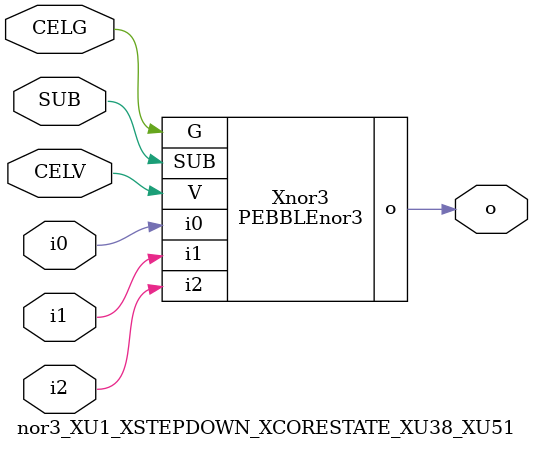
<source format=v>



module PEBBLEnor3 ( o, G, SUB, V, i0, i1, i2 );

  input i0;
  input V;
  input i2;
  input i1;
  input G;
  output o;
  input SUB;
endmodule

//Celera Confidential Do Not Copy nor3_XU1_XSTEPDOWN_XCORESTATE_XU38_XU51
//Celera Confidential Symbol Generator
//NOR3
module nor3_XU1_XSTEPDOWN_XCORESTATE_XU38_XU51 (CELV,CELG,i0,i1,i2,o,SUB);
input CELV;
input CELG;
input i0;
input i1;
input i2;
input SUB;
output o;

//Celera Confidential Do Not Copy nor3
PEBBLEnor3 Xnor3(
.V (CELV),
.i0 (i0),
.i1 (i1),
.i2 (i2),
.o (o),
.SUB (SUB),
.G (CELG)
);
//,diesize,PEBBLEnor3

//Celera Confidential Do Not Copy Module End
//Celera Schematic Generator
endmodule

</source>
